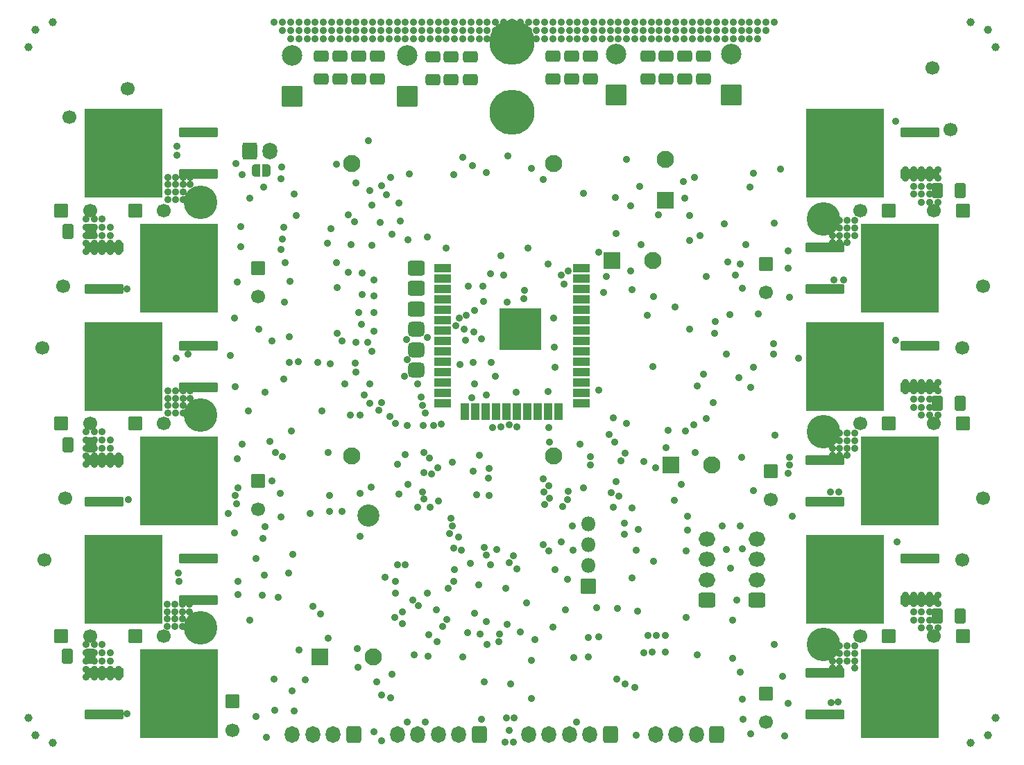
<source format=gbr>
%TF.GenerationSoftware,KiCad,Pcbnew,(6.0.0)*%
%TF.CreationDate,2022-06-09T22:04:04+02:00*%
%TF.ProjectId,Bobbycontroller,426f6262-7963-46f6-9e74-726f6c6c6572,rev?*%
%TF.SameCoordinates,Original*%
%TF.FileFunction,Soldermask,Bot*%
%TF.FilePolarity,Negative*%
%FSLAX46Y46*%
G04 Gerber Fmt 4.6, Leading zero omitted, Abs format (unit mm)*
G04 Created by KiCad (PCBNEW (6.0.0)) date 2022-06-09 22:04:04*
%MOMM*%
%LPD*%
G01*
G04 APERTURE LIST*
G04 Aperture macros list*
%AMRoundRect*
0 Rectangle with rounded corners*
0 $1 Rounding radius*
0 $2 $3 $4 $5 $6 $7 $8 $9 X,Y pos of 4 corners*
0 Add a 4 corners polygon primitive as box body*
4,1,4,$2,$3,$4,$5,$6,$7,$8,$9,$2,$3,0*
0 Add four circle primitives for the rounded corners*
1,1,$1+$1,$2,$3*
1,1,$1+$1,$4,$5*
1,1,$1+$1,$6,$7*
1,1,$1+$1,$8,$9*
0 Add four rect primitives between the rounded corners*
20,1,$1+$1,$2,$3,$4,$5,0*
20,1,$1+$1,$4,$5,$6,$7,0*
20,1,$1+$1,$6,$7,$8,$9,0*
20,1,$1+$1,$8,$9,$2,$3,0*%
%AMFreePoly0*
4,1,37,0.535355,0.785355,0.550000,0.750000,0.550000,-0.750000,0.535355,-0.785355,0.500000,-0.800000,0.000000,-0.800000,-0.012524,-0.794812,-0.080857,-0.793560,-0.094851,-0.791293,-0.230166,-0.749018,-0.242962,-0.742915,-0.360972,-0.664360,-0.371540,-0.654911,-0.462760,-0.546392,-0.470252,-0.534356,-0.527347,-0.404597,-0.531159,-0.390943,-0.548742,-0.256483,-0.547388,-0.256306,-0.550000,-0.250000,
-0.550000,0.250000,-0.549522,0.251153,-0.549368,0.263802,-0.527557,0.403879,-0.523412,0.417435,-0.463164,0.545760,-0.455381,0.557609,-0.361537,0.663867,-0.350741,0.673055,-0.230846,0.748703,-0.217905,0.754492,-0.081598,0.793449,-0.067552,0.795373,-0.011991,0.795033,0.000000,0.800000,0.500000,0.800000,0.535355,0.785355,0.535355,0.785355,$1*%
%AMFreePoly1*
4,1,37,0.012350,0.794884,0.074210,0.794507,0.088231,0.792412,0.224052,0.751793,0.236921,0.745846,0.355883,0.668739,0.366566,0.659420,0.459104,0.552023,0.466742,0.540080,0.525419,0.411028,0.529398,0.397421,0.549495,0.257088,0.550000,0.250000,0.550000,-0.250000,0.549996,-0.250610,0.549847,-0.262826,0.549158,-0.270511,0.525638,-0.410312,0.521328,-0.423818,0.459516,-0.551397,
0.451589,-0.563150,0.356454,-0.668254,0.345546,-0.677309,0.224736,-0.751486,0.211726,-0.757116,0.074953,-0.794405,0.060885,-0.796158,0.011462,-0.795252,0.000000,-0.800000,-0.500000,-0.800000,-0.535355,-0.785355,-0.550000,-0.750000,-0.550000,0.750000,-0.535355,0.785355,-0.500000,0.800000,0.000000,0.800000,0.012350,0.794884,0.012350,0.794884,$1*%
G04 Aperture macros list end*
%ADD10RoundRect,0.050000X-0.800000X0.800000X-0.800000X-0.800000X0.800000X-0.800000X0.800000X0.800000X0*%
%ADD11C,1.700000*%
%ADD12RoundRect,0.050000X0.800000X0.800000X-0.800000X0.800000X-0.800000X-0.800000X0.800000X-0.800000X0*%
%ADD13RoundRect,0.050000X-0.800000X-0.800000X0.800000X-0.800000X0.800000X0.800000X-0.800000X0.800000X0*%
%ADD14RoundRect,0.050000X-1.000000X-1.000000X1.000000X-1.000000X1.000000X1.000000X-1.000000X1.000000X0*%
%ADD15C,2.100000*%
%ADD16RoundRect,0.050000X1.200000X-1.200000X1.200000X1.200000X-1.200000X1.200000X-1.200000X-1.200000X0*%
%ADD17C,2.500000*%
%ADD18C,4.100000*%
%ADD19RoundRect,0.300000X0.600000X0.725000X-0.600000X0.725000X-0.600000X-0.725000X0.600000X-0.725000X0*%
%ADD20O,1.800000X2.050000*%
%ADD21RoundRect,0.050000X0.850000X0.850000X-0.850000X0.850000X-0.850000X-0.850000X0.850000X-0.850000X0*%
%ADD22O,1.800000X1.800000*%
%ADD23RoundRect,0.050000X1.000000X-1.000000X1.000000X1.000000X-1.000000X1.000000X-1.000000X-1.000000X0*%
%ADD24C,5.500000*%
%ADD25C,1.000000*%
%ADD26C,2.700000*%
%ADD27RoundRect,0.300000X-0.600000X-0.750000X0.600000X-0.750000X0.600000X0.750000X-0.600000X0.750000X0*%
%ADD28O,1.800000X2.100000*%
%ADD29RoundRect,0.300000X0.725000X-0.600000X0.725000X0.600000X-0.725000X0.600000X-0.725000X-0.600000X0*%
%ADD30O,2.050000X1.800000*%
%ADD31RoundRect,0.050000X2.300000X0.550000X-2.300000X0.550000X-2.300000X-0.550000X2.300000X-0.550000X0*%
%ADD32RoundRect,0.050000X4.700000X5.400000X-4.700000X5.400000X-4.700000X-5.400000X4.700000X-5.400000X0*%
%ADD33RoundRect,0.050000X-2.300000X-0.550000X2.300000X-0.550000X2.300000X0.550000X-2.300000X0.550000X0*%
%ADD34RoundRect,0.050000X-4.700000X-5.400000X4.700000X-5.400000X4.700000X5.400000X-4.700000X5.400000X0*%
%ADD35RoundRect,0.300000X0.375000X0.625000X-0.375000X0.625000X-0.375000X-0.625000X0.375000X-0.625000X0*%
%ADD36RoundRect,0.300000X-0.375000X-0.625000X0.375000X-0.625000X0.375000X0.625000X-0.375000X0.625000X0*%
%ADD37RoundRect,0.300000X0.625000X-0.375000X0.625000X0.375000X-0.625000X0.375000X-0.625000X-0.375000X0*%
%ADD38RoundRect,0.050000X1.000000X0.450000X-1.000000X0.450000X-1.000000X-0.450000X1.000000X-0.450000X0*%
%ADD39RoundRect,0.050000X0.450000X-1.000000X0.450000X1.000000X-0.450000X1.000000X-0.450000X-1.000000X0*%
%ADD40RoundRect,0.050000X2.500000X2.500000X-2.500000X2.500000X-2.500000X-2.500000X2.500000X-2.500000X0*%
%ADD41RoundRect,0.300000X-0.725000X0.600000X-0.725000X-0.600000X0.725000X-0.600000X0.725000X0.600000X0*%
%ADD42RoundRect,0.475000X-0.550000X0.425000X-0.550000X-0.425000X0.550000X-0.425000X0.550000X0.425000X0*%
%ADD43FreePoly0,180.000000*%
%ADD44FreePoly1,180.000000*%
%ADD45C,0.900000*%
G04 APERTURE END LIST*
D10*
%TO.C,C42*%
X101000000Y-93000000D03*
D11*
X101000000Y-96500000D03*
%TD*%
D12*
%TO.C,C43*%
X116000000Y-60000000D03*
D11*
X112500000Y-60000000D03*
%TD*%
D10*
%TO.C,C46*%
X39000000Y-67000000D03*
D11*
X39000000Y-70500000D03*
%TD*%
D12*
%TO.C,C47*%
X116000000Y-34000000D03*
D11*
X112500000Y-34000000D03*
%TD*%
D10*
%TO.C,C62*%
X39000000Y-41000000D03*
D11*
X39000000Y-44500000D03*
%TD*%
D13*
%TO.C,C63*%
X24000000Y-86000000D03*
D11*
X27500000Y-86000000D03*
%TD*%
D10*
%TO.C,C66*%
X101590000Y-65840000D03*
D11*
X101590000Y-69340000D03*
%TD*%
D13*
%TO.C,C67*%
X24000000Y-60000000D03*
D11*
X27500000Y-60000000D03*
%TD*%
D13*
%TO.C,C71*%
X24000000Y-34000000D03*
D11*
X27500000Y-34000000D03*
%TD*%
D14*
%TO.C,C85*%
X89400000Y-65050000D03*
D15*
X94400000Y-65050000D03*
%TD*%
D16*
%TO.C,C3*%
X82690000Y-19887918D03*
D17*
X82690000Y-14887918D03*
%TD*%
D16*
%TO.C,C6*%
X96740000Y-19887918D03*
D17*
X96740000Y-14887918D03*
%TD*%
D16*
%TO.C,C14*%
X57240000Y-19987918D03*
D17*
X57240000Y-14987918D03*
%TD*%
D12*
%TO.C,C41*%
X125000000Y-60000000D03*
D11*
X121500000Y-60000000D03*
%TD*%
D12*
%TO.C,C45*%
X125000000Y-86000000D03*
D11*
X121500000Y-86000000D03*
%TD*%
D12*
%TO.C,C49*%
X125000000Y-34000000D03*
D11*
X121500000Y-34000000D03*
%TD*%
D13*
%TO.C,C65*%
X15000000Y-34000000D03*
D11*
X18500000Y-34000000D03*
%TD*%
D13*
%TO.C,C69*%
X15000000Y-86000000D03*
D11*
X18500000Y-86000000D03*
%TD*%
D13*
%TO.C,C73*%
X15000000Y-60000000D03*
D11*
X18500000Y-60000000D03*
%TD*%
D14*
%TO.C,C83*%
X82200000Y-40100000D03*
D15*
X87200000Y-40100000D03*
%TD*%
D18*
%TO.C,J4*%
X32000000Y-85000000D03*
%TD*%
%TO.C,J5*%
X32000000Y-59000000D03*
%TD*%
D14*
%TO.C,LS1*%
X46550000Y-88500000D03*
D15*
X53050000Y-88500000D03*
%TD*%
D18*
%TO.C,J6*%
X32000000Y-33000000D03*
%TD*%
%TO.C,J3*%
X108000000Y-35000000D03*
%TD*%
%TO.C,J2*%
X108000000Y-61000000D03*
%TD*%
%TO.C,J1*%
X108000000Y-87000000D03*
%TD*%
D12*
%TO.C,C39*%
X116000000Y-86000000D03*
D11*
X112500000Y-86000000D03*
%TD*%
D10*
%TO.C,C70*%
X35900000Y-93950000D03*
D11*
X35900000Y-97450000D03*
%TD*%
D19*
%TO.C,HALL_L1*%
X82000000Y-98000000D03*
D20*
X79500000Y-98000000D03*
X77000000Y-98000000D03*
X74500000Y-98000000D03*
X72000000Y-98000000D03*
%TD*%
D19*
%TO.C,J14*%
X50700000Y-98000000D03*
D20*
X48200000Y-98000000D03*
X45700000Y-98000000D03*
X43200000Y-98000000D03*
%TD*%
D16*
%TO.C,C11*%
X43190000Y-19987918D03*
D17*
X43190000Y-14987918D03*
%TD*%
D21*
%TO.C,J17*%
X79320000Y-79910000D03*
D22*
X79320000Y-77370000D03*
X79320000Y-74830000D03*
X79320000Y-72290000D03*
%TD*%
D19*
%TO.C,HALL_R1*%
X66000000Y-98000000D03*
D20*
X63500000Y-98000000D03*
X61000000Y-98000000D03*
X58500000Y-98000000D03*
X56000000Y-98000000D03*
%TD*%
D10*
%TO.C,C38*%
X101000000Y-40500000D03*
D11*
X101000000Y-44000000D03*
%TD*%
D23*
%TO.C,C78*%
X88700000Y-32700000D03*
D15*
X88700000Y-27700000D03*
%TD*%
D24*
%TO.C,J7*%
X70000000Y-13400000D03*
%TD*%
D25*
%TO.C,J9*%
X11878680Y-11878680D03*
X14000000Y-11000000D03*
X11000000Y-14000000D03*
%TD*%
%TO.C,J11*%
X126000000Y-99000000D03*
X129000000Y-96000000D03*
X128121320Y-98121320D03*
%TD*%
%TO.C,J12*%
X11000000Y-96000000D03*
X11878680Y-98121320D03*
X14000000Y-99000000D03*
%TD*%
%TO.C,J10*%
X128121320Y-11878680D03*
X129000000Y-14000000D03*
X126000000Y-11000000D03*
%TD*%
D24*
%TO.C,J8*%
X70000000Y-22000000D03*
%TD*%
D11*
%TO.C,RV3*%
X123554972Y-24108791D03*
X121301028Y-16531209D03*
%TD*%
%TO.C,RV4*%
X23093534Y-19060233D03*
X16022466Y-22595767D03*
%TD*%
%TO.C,RV6*%
X12720000Y-50740000D03*
X15220000Y-43240000D03*
%TD*%
%TO.C,RV5*%
X12974000Y-76648000D03*
X15474000Y-69148000D03*
%TD*%
%TO.C,RV2*%
X124988000Y-76648000D03*
X127488000Y-69148000D03*
%TD*%
%TO.C,RV1*%
X124988000Y-50740000D03*
X127488000Y-43240000D03*
%TD*%
D26*
%TO.C,J18*%
X52500000Y-71250000D03*
%TD*%
D27*
%TO.C,J19*%
X38000000Y-26675000D03*
D28*
X40500000Y-26675000D03*
%TD*%
D29*
%TO.C,J16*%
X99875000Y-81600000D03*
D30*
X99875000Y-79100000D03*
X99875000Y-76600000D03*
X99875000Y-74100000D03*
%TD*%
D29*
%TO.C,J15*%
X93800000Y-81600000D03*
D30*
X93800000Y-79100000D03*
X93800000Y-76600000D03*
X93800000Y-74100000D03*
%TD*%
D19*
%TO.C,J13*%
X95000000Y-98000000D03*
D20*
X92500000Y-98000000D03*
X90000000Y-98000000D03*
X87500000Y-98000000D03*
%TD*%
D31*
%TO.C,V8*%
X31775000Y-76460000D03*
D32*
X22625000Y-79000000D03*
D31*
X31775000Y-81540000D03*
%TD*%
D33*
%TO.C,V9*%
X20225000Y-95540000D03*
D34*
X29375000Y-93000000D03*
D33*
X20225000Y-90460000D03*
%TD*%
D31*
%TO.C,V10*%
X31775000Y-50460000D03*
D32*
X22625000Y-53000000D03*
D31*
X31775000Y-55540000D03*
%TD*%
D33*
%TO.C,V11*%
X20225000Y-69540000D03*
D34*
X29375000Y-67000000D03*
D33*
X20225000Y-64460000D03*
%TD*%
%TO.C,V13*%
X20225000Y-43540000D03*
D34*
X29375000Y-41000000D03*
D33*
X20225000Y-38460000D03*
%TD*%
D31*
%TO.C,V12*%
X31775000Y-24460000D03*
D32*
X22625000Y-27000000D03*
D31*
X31775000Y-29540000D03*
%TD*%
D33*
%TO.C,V5*%
X108225000Y-43540000D03*
D34*
X117375000Y-41000000D03*
D33*
X108225000Y-38460000D03*
%TD*%
D31*
%TO.C,V2*%
X119775000Y-76460000D03*
D32*
X110625000Y-79000000D03*
D31*
X119775000Y-81540000D03*
%TD*%
%TO.C,V6*%
X119775000Y-24460000D03*
D32*
X110625000Y-27000000D03*
D31*
X119775000Y-29540000D03*
%TD*%
D33*
%TO.C,V3*%
X108225000Y-69540000D03*
D34*
X117375000Y-67000000D03*
D33*
X108225000Y-64460000D03*
%TD*%
D31*
%TO.C,V4*%
X119775000Y-50460000D03*
D32*
X110625000Y-53000000D03*
D31*
X119775000Y-55540000D03*
%TD*%
D33*
%TO.C,V1*%
X108225000Y-95540000D03*
D34*
X117375000Y-93000000D03*
D33*
X108225000Y-90460000D03*
%TD*%
D35*
%TO.C,C40*%
X124700000Y-31500000D03*
X121900000Y-31500000D03*
%TD*%
%TO.C,C44*%
X124700000Y-83500000D03*
X121900000Y-83500000D03*
%TD*%
%TO.C,C48*%
X124700000Y-57500000D03*
X121900000Y-57500000D03*
%TD*%
D36*
%TO.C,C64*%
X15800000Y-62600000D03*
X18600000Y-62600000D03*
%TD*%
%TO.C,C68*%
X15700000Y-88400000D03*
X18500000Y-88400000D03*
%TD*%
%TO.C,C72*%
X15800000Y-36500000D03*
X18600000Y-36500000D03*
%TD*%
D37*
%TO.C,C7*%
X51300000Y-17890000D03*
X51300000Y-15090000D03*
%TD*%
%TO.C,C10*%
X49000000Y-17890000D03*
X49000000Y-15090000D03*
%TD*%
%TO.C,C18*%
X60330000Y-17980000D03*
X60330000Y-15180000D03*
%TD*%
%TO.C,C17*%
X77300000Y-17900000D03*
X77300000Y-15100000D03*
%TD*%
%TO.C,C16*%
X62600000Y-17980000D03*
X62600000Y-15180000D03*
%TD*%
%TO.C,C13*%
X79600000Y-17900000D03*
X79600000Y-15100000D03*
%TD*%
%TO.C,C8*%
X75000000Y-17900000D03*
X75000000Y-15100000D03*
%TD*%
%TO.C,C4*%
X53600000Y-17900000D03*
X53600000Y-15100000D03*
%TD*%
%TO.C,C12*%
X64900000Y-17980000D03*
X64900000Y-15180000D03*
%TD*%
%TO.C,C9*%
X86600000Y-17900000D03*
X86600000Y-15100000D03*
%TD*%
%TO.C,C5*%
X88820000Y-17900000D03*
X88820000Y-15100000D03*
%TD*%
%TO.C,C2*%
X91100000Y-17900000D03*
X91100000Y-15100000D03*
%TD*%
%TO.C,C1*%
X93400000Y-17900000D03*
X93400000Y-15100000D03*
%TD*%
%TO.C,C15*%
X46700000Y-17900000D03*
X46700000Y-15100000D03*
%TD*%
D38*
%TO.C,U18*%
X78500000Y-40995000D03*
X78500000Y-42265000D03*
X78500000Y-43535000D03*
X78500000Y-44805000D03*
X78500000Y-46075000D03*
X78500000Y-47345000D03*
X78500000Y-48615000D03*
X78500000Y-49885000D03*
X78500000Y-51155000D03*
X78500000Y-52425000D03*
X78500000Y-53695000D03*
X78500000Y-54965000D03*
X78500000Y-56235000D03*
X78500000Y-57505000D03*
D39*
X75715000Y-58505000D03*
X74445000Y-58505000D03*
X73175000Y-58505000D03*
X71905000Y-58505000D03*
X70635000Y-58505000D03*
X69365000Y-58505000D03*
X68095000Y-58505000D03*
X66825000Y-58505000D03*
X65555000Y-58505000D03*
X64285000Y-58505000D03*
D38*
X61500000Y-57505000D03*
X61500000Y-56235000D03*
X61500000Y-54965000D03*
X61500000Y-53695000D03*
X61500000Y-52425000D03*
X61500000Y-51155000D03*
X61500000Y-49885000D03*
X61500000Y-48615000D03*
X61500000Y-47345000D03*
X61500000Y-46075000D03*
X61500000Y-44805000D03*
X61500000Y-43535000D03*
X61500000Y-42265000D03*
X61500000Y-40995000D03*
D40*
X71000000Y-48495000D03*
%TD*%
D41*
%TO.C,J20*%
X58300000Y-41000000D03*
X58300000Y-43500000D03*
X58300000Y-46000000D03*
D42*
X58300000Y-48500000D03*
X58300000Y-51000000D03*
X58300000Y-53500000D03*
%TD*%
D15*
%TO.C,PS1*%
X75125000Y-28255000D03*
X50475000Y-28255000D03*
X75125000Y-63945000D03*
X50475000Y-63945000D03*
%TD*%
D43*
%TO.C,JP3*%
X40050000Y-29050000D03*
D44*
X38750000Y-29050000D03*
%TD*%
D45*
X59700000Y-80700000D03*
X49250000Y-70750000D03*
X53159011Y-46448108D03*
X80600000Y-55900000D03*
X87300000Y-76800000D03*
X66600000Y-91600000D03*
X75300000Y-53100000D03*
X69500000Y-27300000D03*
X51000000Y-50100000D03*
X79335976Y-86151978D03*
X46850000Y-58500000D03*
X41500000Y-81200000D03*
X55150000Y-29925000D03*
X39100000Y-48500000D03*
X59250000Y-69250000D03*
X57000000Y-77250000D03*
X82674500Y-67100000D03*
X54050000Y-30950000D03*
X77900000Y-96500000D03*
X85300000Y-82900000D03*
X64550000Y-85524500D03*
X82350000Y-70195500D03*
X51300000Y-46450000D03*
X65300000Y-65800000D03*
X50874992Y-52652066D03*
X90900000Y-30400000D03*
X42750000Y-78250000D03*
X64350000Y-49850000D03*
X40950000Y-91200000D03*
X53159011Y-42429711D03*
X40500000Y-62150000D03*
X73850000Y-30150000D03*
X50960423Y-53738202D03*
X82900000Y-82600000D03*
X46300000Y-52550000D03*
X82700000Y-36750000D03*
X39650000Y-74000000D03*
X92400000Y-63500000D03*
X50000000Y-41500000D03*
X69350000Y-96000000D03*
X71450000Y-44750000D03*
X97900000Y-90400000D03*
X52900000Y-38200000D03*
X70607604Y-60402521D03*
X36100000Y-73400000D03*
X92175747Y-60175500D03*
X78750000Y-31850000D03*
X48600000Y-28300000D03*
X76884332Y-68291965D03*
X72400000Y-93600000D03*
X56200000Y-68600000D03*
X53200000Y-97700000D03*
X97900000Y-40500000D03*
X66906580Y-56481981D03*
X55750000Y-79250000D03*
X87200000Y-53000000D03*
X65150000Y-28450000D03*
X41825010Y-30109698D03*
X99100000Y-55600000D03*
X96611829Y-46687230D03*
X91700000Y-37600000D03*
X66900000Y-29350000D03*
X70500000Y-56150000D03*
X71000000Y-85475500D03*
X36600000Y-79300000D03*
X65400000Y-46150000D03*
X62900000Y-29600000D03*
X67500000Y-52550000D03*
X36250000Y-55500000D03*
X91300000Y-83700000D03*
X36300000Y-28250000D03*
X96700000Y-77700000D03*
X89800000Y-69400000D03*
X70250000Y-96000000D03*
X51500000Y-68500000D03*
X86500000Y-46800000D03*
X52678198Y-57493295D03*
X36100000Y-47100000D03*
X47600000Y-63500000D03*
X50029353Y-34500500D03*
X51500000Y-59000000D03*
X55800000Y-60000000D03*
X97400000Y-81600000D03*
X45350000Y-71000000D03*
X66300000Y-96100000D03*
X74500000Y-60500000D03*
X80600498Y-39050500D03*
X42950989Y-42603608D03*
X76800000Y-79000000D03*
X63150000Y-48050000D03*
X42800000Y-49400000D03*
X71500000Y-43750000D03*
X103900000Y-44600000D03*
X59700000Y-37200000D03*
X47750000Y-70750000D03*
X88700000Y-85900000D03*
X83939236Y-59990037D03*
X97700000Y-54400000D03*
X41050000Y-95000000D03*
X47600000Y-86200000D03*
X64000000Y-27500000D03*
X103700000Y-38900000D03*
X54500000Y-78750000D03*
X91700000Y-34600000D03*
X41800000Y-71450000D03*
X76500000Y-82750000D03*
X43250000Y-76000000D03*
X85200000Y-98100000D03*
X53159011Y-44427915D03*
X75200000Y-50700000D03*
X89080764Y-60825500D03*
X53159011Y-48732646D03*
X47750000Y-68750000D03*
X99100000Y-97900000D03*
X65300000Y-52500000D03*
X53512947Y-91561733D03*
X104189501Y-71322948D03*
X50400000Y-38150000D03*
X98200000Y-96100000D03*
X69800000Y-91800000D03*
X38800000Y-95800000D03*
X47900000Y-36200000D03*
X81550000Y-42000000D03*
X70200000Y-98950000D03*
X35600000Y-51700000D03*
X57500000Y-29500000D03*
X41750000Y-68550000D03*
X88700000Y-87900000D03*
X51750000Y-41600000D03*
X76000000Y-74500000D03*
X58500000Y-70250000D03*
X39500000Y-81000000D03*
X66500000Y-45100000D03*
X69000000Y-41850000D03*
X51200000Y-89800000D03*
X51750000Y-44200000D03*
X52694020Y-31511369D03*
X55100000Y-59100000D03*
X65350000Y-48800000D03*
X61000000Y-69500000D03*
X81225000Y-43975000D03*
X39800000Y-78550000D03*
X92950000Y-37050000D03*
X90700500Y-67439143D03*
X78700000Y-67900000D03*
X52400000Y-50100000D03*
X83800000Y-91800000D03*
X57345960Y-67439077D03*
X69700000Y-97500000D03*
X57250000Y-96450000D03*
X69409128Y-84521792D03*
X49563510Y-55176641D03*
X59450000Y-96450000D03*
X38800000Y-76500000D03*
X97250000Y-41875000D03*
X69398823Y-45148823D03*
X62200000Y-80150000D03*
X98100000Y-93700000D03*
X67350000Y-41700000D03*
X74600000Y-62300000D03*
X52653937Y-55155286D03*
X92650000Y-55400000D03*
X56400000Y-35250000D03*
X51100000Y-87500000D03*
X98100000Y-43500000D03*
X69246498Y-80124500D03*
X100100000Y-46600000D03*
X98000000Y-64100000D03*
X99500000Y-53100000D03*
X87911798Y-34512800D03*
X36900000Y-35900000D03*
X52900000Y-33300000D03*
X89900000Y-45750000D03*
X55750000Y-80750000D03*
X94700000Y-49000000D03*
X83750000Y-72200000D03*
X103700000Y-94200000D03*
X103700000Y-41000000D03*
X56000000Y-77250000D03*
X75000000Y-84900000D03*
X83022080Y-68908197D03*
X37100000Y-29600000D03*
X91100000Y-32500000D03*
X62000000Y-38596921D03*
X98500000Y-38100000D03*
X57300000Y-37550000D03*
X85600000Y-31000000D03*
X84000000Y-27750000D03*
X39665050Y-31106553D03*
X97900000Y-72500000D03*
X36600000Y-80900000D03*
X36500000Y-42700000D03*
X80600000Y-86100000D03*
X64700000Y-43250000D03*
X40700000Y-49900000D03*
X99500000Y-68200000D03*
X48650000Y-43400000D03*
X84450000Y-41400000D03*
X39893585Y-56202935D03*
X40750000Y-67000000D03*
X51450000Y-73800000D03*
X69200000Y-98950000D03*
X41931451Y-28668549D03*
X63700000Y-52800000D03*
X56250000Y-33100000D03*
X59111142Y-68361958D03*
X72400000Y-28850000D03*
X74450000Y-56100000D03*
X92300000Y-29900000D03*
X45700000Y-82300000D03*
X63535517Y-47153392D03*
X51960560Y-56540815D03*
X77400000Y-72500000D03*
X85739964Y-38114964D03*
X84500000Y-33400000D03*
X39900000Y-72600000D03*
X95700000Y-72500000D03*
X88776667Y-62923522D03*
X54100000Y-98750000D03*
X82600000Y-32350000D03*
X44000000Y-87700000D03*
X66450000Y-43200000D03*
X44750000Y-91300000D03*
X86100000Y-64600000D03*
X35400000Y-70950000D03*
X96200000Y-75400000D03*
X55400000Y-90600000D03*
X42225500Y-45200000D03*
X75050000Y-47100000D03*
X84675000Y-43650000D03*
X103300000Y-98200000D03*
X96900000Y-84000000D03*
X93700000Y-42000000D03*
X37050000Y-62500000D03*
X68000000Y-54250000D03*
X40000000Y-98300000D03*
X42300000Y-40300000D03*
X96900000Y-88700000D03*
X98100000Y-75300000D03*
X62017941Y-83945165D03*
X51650000Y-47900000D03*
X76400000Y-43000000D03*
X74400000Y-40550000D03*
X103000000Y-90900000D03*
X87250000Y-44500000D03*
X77425000Y-75475000D03*
X71800000Y-81900000D03*
X25700000Y-51500000D03*
X24800000Y-52400000D03*
X26600000Y-50700000D03*
X25700000Y-52400000D03*
X25700000Y-49800000D03*
X24800000Y-50700000D03*
X25700000Y-50700000D03*
X26600000Y-49800000D03*
X26600000Y-51500000D03*
X24800000Y-51500000D03*
X26600000Y-52400000D03*
X24800000Y-49800000D03*
X26600000Y-24600000D03*
X24800000Y-26300000D03*
X25700000Y-25400000D03*
X24800000Y-24600000D03*
X26600000Y-26300000D03*
X24800000Y-23700000D03*
X26600000Y-23700000D03*
X24800000Y-25400000D03*
X25700000Y-26300000D03*
X25700000Y-23700000D03*
X25700000Y-24600000D03*
X26600000Y-25400000D03*
X114300000Y-43400000D03*
X114300000Y-42600000D03*
X114300000Y-41700000D03*
X115200000Y-41700000D03*
X114300000Y-44300000D03*
X113400000Y-43400000D03*
X113400000Y-41700000D03*
X115200000Y-42600000D03*
X113400000Y-42600000D03*
X115200000Y-43400000D03*
X113400000Y-44300000D03*
X115200000Y-44300000D03*
X52490000Y-25480000D03*
X50995020Y-30600207D03*
X52900000Y-51200000D03*
X52800000Y-67800000D03*
X50250000Y-59000000D03*
X84659312Y-70319719D03*
X55374010Y-36850000D03*
X53883511Y-35435107D03*
X87515000Y-65435000D03*
X72800500Y-86400000D03*
X54127199Y-57430235D03*
X83750000Y-73500000D03*
X56849898Y-54245600D03*
X43425008Y-31975000D03*
X67621808Y-60463242D03*
X47800000Y-52700000D03*
X36558771Y-67871152D03*
X49300000Y-49900000D03*
X96200000Y-51500000D03*
X91700000Y-48500000D03*
X76900000Y-41400000D03*
X103917249Y-64092650D03*
X91200000Y-60900000D03*
X66300000Y-49650000D03*
X56939833Y-63835569D03*
X64000000Y-11000000D03*
X67000000Y-11000000D03*
X80000000Y-11000000D03*
X75000000Y-11000000D03*
X65000000Y-11000000D03*
X71000000Y-11000000D03*
X83000000Y-11000000D03*
X68000000Y-11000000D03*
X79000000Y-11000000D03*
X78000000Y-11000000D03*
X82000000Y-11000000D03*
X69000000Y-11000000D03*
X74000000Y-11000000D03*
X81000000Y-11000000D03*
X72000000Y-11000000D03*
X84000000Y-11000000D03*
X70000000Y-11000000D03*
X66000000Y-11000000D03*
X63000000Y-11000000D03*
X73000000Y-11000000D03*
X77000000Y-11000000D03*
X76000000Y-11000000D03*
X88000000Y-11000000D03*
X95000000Y-11000000D03*
X99000000Y-11000000D03*
X86000000Y-11000000D03*
X93000000Y-11000000D03*
X102000000Y-11000000D03*
X97000000Y-11000000D03*
X87000000Y-11000000D03*
X100000000Y-11000000D03*
X90000000Y-11000000D03*
X92000000Y-11000000D03*
X91000000Y-11000000D03*
X85000000Y-11000000D03*
X98000000Y-11000000D03*
X101000000Y-11000000D03*
X96000000Y-11000000D03*
X94000000Y-11000000D03*
X89000000Y-11000000D03*
X56000000Y-12000000D03*
X60000000Y-12000000D03*
X63000000Y-12000000D03*
X42000000Y-12000000D03*
X51000000Y-12000000D03*
X59000000Y-12000000D03*
X45000000Y-12000000D03*
X54000000Y-12000000D03*
X49000000Y-12000000D03*
X53000000Y-12000000D03*
X46000000Y-12000000D03*
X48000000Y-12000000D03*
X62000000Y-12000000D03*
X57000000Y-12000000D03*
X44000000Y-12000000D03*
X61000000Y-12000000D03*
X52000000Y-12000000D03*
X58000000Y-12000000D03*
X55000000Y-12000000D03*
X47000000Y-12000000D03*
X50000000Y-12000000D03*
X43000000Y-12000000D03*
X55000000Y-13000000D03*
X46000000Y-13000000D03*
X45000000Y-13000000D03*
X52000000Y-13000000D03*
X60000000Y-13000000D03*
X50000000Y-13000000D03*
X54000000Y-13000000D03*
X47000000Y-13000000D03*
X58000000Y-13000000D03*
X49000000Y-13000000D03*
X53000000Y-13000000D03*
X51000000Y-13000000D03*
X62000000Y-13000000D03*
X61000000Y-13000000D03*
X63000000Y-13000000D03*
X48000000Y-13000000D03*
X59000000Y-13000000D03*
X64000000Y-13000000D03*
X57000000Y-13000000D03*
X43000000Y-13000000D03*
X56000000Y-13000000D03*
X44000000Y-13000000D03*
X80000000Y-12000000D03*
X75000000Y-12000000D03*
X83000000Y-12000000D03*
X82000000Y-12000000D03*
X64000000Y-12000000D03*
X79000000Y-12000000D03*
X73000000Y-12000000D03*
X67000000Y-12000000D03*
X77000000Y-12000000D03*
X78000000Y-12000000D03*
X84000000Y-12000000D03*
X66000000Y-12000000D03*
X81000000Y-12000000D03*
X76000000Y-12000000D03*
X74000000Y-12000000D03*
X65000000Y-12000000D03*
X68000000Y-12000000D03*
X72000000Y-12000000D03*
X85000000Y-12000000D03*
X80000000Y-13000000D03*
X75000000Y-13000000D03*
X67000000Y-13000000D03*
X86000000Y-13000000D03*
X77000000Y-13000000D03*
X79000000Y-13000000D03*
X84000000Y-13000000D03*
X73000000Y-13000000D03*
X65000000Y-13000000D03*
X83000000Y-13000000D03*
X74000000Y-13000000D03*
X82000000Y-13000000D03*
X66000000Y-13000000D03*
X85000000Y-13000000D03*
X81000000Y-13000000D03*
X78000000Y-13000000D03*
X76000000Y-13000000D03*
X96000000Y-12000000D03*
X93000000Y-12000000D03*
X86000000Y-12000000D03*
X100000000Y-12000000D03*
X94000000Y-12000000D03*
X97000000Y-12000000D03*
X95000000Y-12000000D03*
X90000000Y-12000000D03*
X87000000Y-12000000D03*
X91000000Y-12000000D03*
X99000000Y-12000000D03*
X92000000Y-12000000D03*
X101000000Y-12000000D03*
X88000000Y-12000000D03*
X89000000Y-12000000D03*
X98000000Y-12000000D03*
X93000000Y-13000000D03*
X97000000Y-13000000D03*
X98000000Y-13000000D03*
X100000000Y-13000000D03*
X87000000Y-13000000D03*
X95000000Y-13000000D03*
X91000000Y-13000000D03*
X99000000Y-13000000D03*
X92000000Y-13000000D03*
X90000000Y-13000000D03*
X96000000Y-13000000D03*
X94000000Y-13000000D03*
X88000000Y-13000000D03*
X89000000Y-13000000D03*
X49000000Y-11000000D03*
X44000000Y-11000000D03*
X46000000Y-11000000D03*
X43000000Y-11000000D03*
X61000000Y-11000000D03*
X62000000Y-11000000D03*
X52000000Y-11000000D03*
X55000000Y-11000000D03*
X60000000Y-11000000D03*
X50000000Y-11000000D03*
X48000000Y-11000000D03*
X41000000Y-11000000D03*
X51000000Y-11000000D03*
X56000000Y-11000000D03*
X58000000Y-11000000D03*
X59000000Y-11000000D03*
X57000000Y-11000000D03*
X42000000Y-11000000D03*
X47000000Y-11000000D03*
X54000000Y-11000000D03*
X53000000Y-11000000D03*
X45000000Y-11000000D03*
X122000000Y-57000000D03*
X122000000Y-58000000D03*
X122000000Y-59000000D03*
X121000000Y-58000000D03*
X121000000Y-57000000D03*
X121000000Y-59000000D03*
X120000000Y-59000000D03*
X120000000Y-58000000D03*
X120000000Y-57000000D03*
X119000000Y-57000000D03*
X119000000Y-58000000D03*
X118000000Y-56000000D03*
X119000000Y-56000000D03*
X120000000Y-56000000D03*
X121000000Y-56000000D03*
X122000000Y-56000000D03*
X122000000Y-55000000D03*
X121000000Y-55000000D03*
X120000000Y-55000000D03*
X119000000Y-55000000D03*
X118000000Y-55000000D03*
X121000000Y-84000000D03*
X119000000Y-84000000D03*
X121000000Y-83000000D03*
X120000000Y-84000000D03*
X122000000Y-83000000D03*
X119000000Y-83000000D03*
X120000000Y-85000000D03*
X120000000Y-83000000D03*
X121000000Y-85000000D03*
X122000000Y-84000000D03*
X122000000Y-85000000D03*
X118000000Y-81000000D03*
X118000000Y-82000000D03*
X121000000Y-82000000D03*
X122000000Y-81000000D03*
X120000000Y-82000000D03*
X120000000Y-81000000D03*
X119000000Y-81000000D03*
X121000000Y-81000000D03*
X119000000Y-82000000D03*
X122000000Y-82000000D03*
X122000000Y-29000000D03*
X120000000Y-33000000D03*
X120000000Y-32000000D03*
X121000000Y-33000000D03*
X119000000Y-30000000D03*
X122000000Y-31000000D03*
X122000000Y-30000000D03*
X121000000Y-31000000D03*
X120000000Y-29000000D03*
X121000000Y-32000000D03*
X122000000Y-32000000D03*
X118000000Y-29000000D03*
X119000000Y-29000000D03*
X120000000Y-30000000D03*
X121000000Y-30000000D03*
X119000000Y-32000000D03*
X120000000Y-31000000D03*
X122000000Y-33000000D03*
X119000000Y-31000000D03*
X118000000Y-30000000D03*
X121000000Y-29000000D03*
X99450000Y-29400000D03*
X105000000Y-52050000D03*
X101919316Y-51525033D03*
X102800000Y-28950000D03*
X19000000Y-35000000D03*
X19000000Y-38000000D03*
X18000000Y-35000000D03*
X18000000Y-39000000D03*
X18000000Y-38000000D03*
X22000000Y-39000000D03*
X21000000Y-38000000D03*
X18000000Y-37000000D03*
X19000000Y-37000000D03*
X18000000Y-36000000D03*
X21000000Y-37000000D03*
X22000000Y-38000000D03*
X20000000Y-37000000D03*
X20000000Y-36000000D03*
X20000000Y-39000000D03*
X19000000Y-39000000D03*
X21000000Y-39000000D03*
X19000000Y-36000000D03*
X20000000Y-38000000D03*
X21000000Y-36000000D03*
X20000000Y-35000000D03*
X20000000Y-63000000D03*
X21000000Y-63000000D03*
X20000000Y-62000000D03*
X18000000Y-65000000D03*
X21000000Y-64000000D03*
X18000000Y-62000000D03*
X19000000Y-64000000D03*
X18000000Y-64000000D03*
X18000000Y-63000000D03*
X22000000Y-64000000D03*
X20000000Y-65000000D03*
X19000000Y-65000000D03*
X21000000Y-65000000D03*
X19000000Y-63000000D03*
X20000000Y-64000000D03*
X20000000Y-61000000D03*
X22000000Y-65000000D03*
X19000000Y-62000000D03*
X18000000Y-61000000D03*
X21000000Y-62000000D03*
X19000000Y-61000000D03*
X18000000Y-90000000D03*
X21000000Y-88000000D03*
X18000000Y-91000000D03*
X21000000Y-91000000D03*
X19000000Y-91000000D03*
X20000000Y-89000000D03*
X20000000Y-91000000D03*
X21000000Y-89000000D03*
X20000000Y-88000000D03*
X20000000Y-90000000D03*
X19000000Y-89000000D03*
X19000000Y-87000000D03*
X22000000Y-91000000D03*
X22000000Y-90000000D03*
X18000000Y-88000000D03*
X18000000Y-89000000D03*
X20000000Y-87000000D03*
X21000000Y-90000000D03*
X19000000Y-88000000D03*
X19000000Y-90000000D03*
X18000000Y-87000000D03*
X41990198Y-37490199D03*
X36487083Y-64332184D03*
X36907669Y-38424990D03*
X41107986Y-63552322D03*
X109100000Y-89000000D03*
X110000000Y-89000000D03*
X109100000Y-89900000D03*
X110000000Y-89900000D03*
X106500000Y-81100000D03*
X109200000Y-82000000D03*
X107400000Y-81100000D03*
X109200000Y-81100000D03*
X106500000Y-82000000D03*
X108300000Y-82000000D03*
X108300000Y-81100000D03*
X107400000Y-83800000D03*
X110100000Y-83800000D03*
X106500000Y-82900000D03*
X106500000Y-83800000D03*
X109200000Y-82900000D03*
X108300000Y-82900000D03*
X109200000Y-83800000D03*
X107400000Y-82000000D03*
X107400000Y-82900000D03*
X111000000Y-82900000D03*
X110100000Y-82900000D03*
X111000000Y-83800000D03*
X108300000Y-83800000D03*
X114600000Y-82000000D03*
X114600000Y-81100000D03*
X113700000Y-81100000D03*
X111000000Y-81100000D03*
X110100000Y-81100000D03*
X111900000Y-82000000D03*
X113700000Y-82000000D03*
X110100000Y-82000000D03*
X112800000Y-81100000D03*
X111000000Y-82000000D03*
X112800000Y-82000000D03*
X111900000Y-81100000D03*
X111900000Y-82900000D03*
X114600000Y-83800000D03*
X112800000Y-82900000D03*
X112800000Y-83800000D03*
X114600000Y-82900000D03*
X113700000Y-83800000D03*
X111900000Y-83800000D03*
X113700000Y-82900000D03*
X110900000Y-89000000D03*
X111800000Y-89000000D03*
X111800000Y-89900000D03*
X110000000Y-87200000D03*
X110000000Y-88100000D03*
X110900000Y-87200000D03*
X111800000Y-87200000D03*
X110900000Y-88100000D03*
X111800000Y-88100000D03*
X102000031Y-87000000D03*
X111000000Y-57900000D03*
X106500000Y-55200000D03*
X111000000Y-57000000D03*
X106500000Y-56100000D03*
X110100000Y-57000000D03*
X109200000Y-55200000D03*
X107400000Y-57000000D03*
X106500000Y-57000000D03*
X108300000Y-57900000D03*
X108300000Y-55200000D03*
X110100000Y-57900000D03*
X106500000Y-57900000D03*
X109200000Y-57000000D03*
X107400000Y-56100000D03*
X109200000Y-56100000D03*
X107400000Y-57900000D03*
X107400000Y-55200000D03*
X109200000Y-57900000D03*
X108300000Y-56100000D03*
X108300000Y-57000000D03*
X111900000Y-57900000D03*
X114600000Y-57900000D03*
X111900000Y-55200000D03*
X111900000Y-57000000D03*
X110100000Y-56100000D03*
X113700000Y-57000000D03*
X114600000Y-56100000D03*
X112800000Y-55200000D03*
X112800000Y-57900000D03*
X112800000Y-57000000D03*
X113700000Y-57900000D03*
X112800000Y-56100000D03*
X111000000Y-56100000D03*
X114600000Y-55200000D03*
X110100000Y-55200000D03*
X113700000Y-56100000D03*
X111900000Y-56100000D03*
X111000000Y-55200000D03*
X114600000Y-57000000D03*
X113700000Y-55200000D03*
X109100000Y-63900000D03*
X109100000Y-63000000D03*
X110000000Y-63000000D03*
X110000000Y-63900000D03*
X110900000Y-63000000D03*
X111800000Y-63000000D03*
X110886759Y-63872439D03*
X111800000Y-61200000D03*
X110000000Y-62100000D03*
X110000000Y-61200000D03*
X110900000Y-62100000D03*
X110900000Y-61200000D03*
X111800000Y-62100000D03*
X102101048Y-61398952D03*
X101949991Y-50206260D03*
X114700000Y-31900000D03*
X112000000Y-31000000D03*
X112000000Y-30100000D03*
X113800000Y-29200000D03*
X106600000Y-31900000D03*
X107500000Y-29200000D03*
X111100000Y-29200000D03*
X111100000Y-31900000D03*
X112900000Y-31900000D03*
X113800000Y-31000000D03*
X112000000Y-29200000D03*
X112900000Y-29200000D03*
X110200000Y-31000000D03*
X107500000Y-30100000D03*
X112000000Y-31900000D03*
X108400000Y-31000000D03*
X108400000Y-29200000D03*
X112900000Y-30100000D03*
X110200000Y-31900000D03*
X113800000Y-31900000D03*
X106600000Y-29200000D03*
X114700000Y-29200000D03*
X111100000Y-31000000D03*
X109300000Y-31900000D03*
X111100000Y-30100000D03*
X113800000Y-30100000D03*
X114700000Y-31000000D03*
X107500000Y-31900000D03*
X114700000Y-30100000D03*
X108400000Y-31900000D03*
X108400000Y-30100000D03*
X109300000Y-29200000D03*
X109300000Y-31000000D03*
X109300000Y-30100000D03*
X112900000Y-31000000D03*
X107500000Y-31000000D03*
X110200000Y-30100000D03*
X110200000Y-29200000D03*
X106600000Y-31000000D03*
X106600000Y-30100000D03*
X109100000Y-37900000D03*
X109100000Y-37000000D03*
X110000000Y-37900000D03*
X110900000Y-35200000D03*
X110000000Y-37000000D03*
X110900000Y-37000000D03*
X111800000Y-37000000D03*
X110000000Y-36100000D03*
X111800000Y-35200000D03*
X110000000Y-35200000D03*
X110900000Y-37900000D03*
X111800000Y-36100000D03*
X110900000Y-36100000D03*
X99050000Y-31100000D03*
X102000000Y-35500000D03*
X73972911Y-69901568D03*
X29800000Y-89800000D03*
X25300000Y-89800000D03*
X26200000Y-90700000D03*
X31600000Y-88000000D03*
X33400000Y-90700000D03*
X29800000Y-90700000D03*
X29800000Y-88000000D03*
X28900000Y-88000000D03*
X32500000Y-88900000D03*
X29800000Y-88900000D03*
X27100000Y-88900000D03*
X26200000Y-88900000D03*
X28900000Y-89800000D03*
X27100000Y-88000000D03*
X32500000Y-89800000D03*
X28000000Y-89800000D03*
X32500000Y-90700000D03*
X30700000Y-90700000D03*
X28000000Y-88000000D03*
X33400000Y-88000000D03*
X25300000Y-88000000D03*
X25300000Y-88900000D03*
X32500000Y-88000000D03*
X27100000Y-90700000D03*
X33400000Y-88900000D03*
X28900000Y-90700000D03*
X30700000Y-88900000D03*
X30700000Y-88000000D03*
X33400000Y-89800000D03*
X25300000Y-90700000D03*
X31600000Y-88900000D03*
X28000000Y-90700000D03*
X27100000Y-89800000D03*
X31600000Y-89800000D03*
X30700000Y-89800000D03*
X26200000Y-89800000D03*
X28000000Y-88900000D03*
X31600000Y-90700000D03*
X26200000Y-88000000D03*
X28900000Y-88900000D03*
X28850000Y-84800000D03*
X28850000Y-83900000D03*
X28850000Y-82100000D03*
X29750000Y-83900000D03*
X29750000Y-84800000D03*
X29750000Y-82100000D03*
X30650000Y-82100000D03*
X29750000Y-83000000D03*
X27950000Y-83000000D03*
X30650000Y-83000000D03*
X27950000Y-84800000D03*
X27950000Y-83900000D03*
X27950000Y-82100000D03*
X28850000Y-83000000D03*
X38000000Y-84000000D03*
X29800000Y-63800000D03*
X26200000Y-64700000D03*
X28000000Y-62000000D03*
X33400000Y-62000000D03*
X29800000Y-62900000D03*
X25300000Y-63800000D03*
X31600000Y-62000000D03*
X33400000Y-64700000D03*
X27100000Y-62900000D03*
X29800000Y-64700000D03*
X26200000Y-62900000D03*
X29800000Y-62000000D03*
X30700000Y-64700000D03*
X27100000Y-62000000D03*
X28900000Y-62000000D03*
X28900000Y-63800000D03*
X32500000Y-62900000D03*
X32500000Y-63800000D03*
X28000000Y-63800000D03*
X32500000Y-64700000D03*
X28000000Y-64700000D03*
X33400000Y-63800000D03*
X28900000Y-64700000D03*
X25300000Y-62900000D03*
X32500000Y-62000000D03*
X30700000Y-63800000D03*
X28000000Y-62900000D03*
X25300000Y-62000000D03*
X26200000Y-63800000D03*
X30700000Y-62900000D03*
X25300000Y-64700000D03*
X30700000Y-62000000D03*
X31600000Y-62900000D03*
X26200000Y-62000000D03*
X33400000Y-62900000D03*
X27100000Y-63800000D03*
X31600000Y-63800000D03*
X31600000Y-64700000D03*
X28900000Y-62900000D03*
X27100000Y-64700000D03*
X28050000Y-56000000D03*
X28050000Y-57800000D03*
X28050000Y-58700000D03*
X30750000Y-56900000D03*
X28050000Y-56900000D03*
X29850000Y-56900000D03*
X30750000Y-56000000D03*
X29850000Y-56000000D03*
X29850000Y-58700000D03*
X29850000Y-57800000D03*
X28950000Y-56000000D03*
X28950000Y-56900000D03*
X28950000Y-57800000D03*
X28950000Y-58700000D03*
X41987861Y-64026479D03*
X37824172Y-58501279D03*
X27200000Y-36000000D03*
X32600000Y-37800000D03*
X30800000Y-38700000D03*
X25400000Y-38700000D03*
X29000000Y-38700000D03*
X25400000Y-36000000D03*
X30800000Y-37800000D03*
X26300000Y-38700000D03*
X27200000Y-36900000D03*
X28100000Y-36900000D03*
X26300000Y-37800000D03*
X30800000Y-36000000D03*
X33500000Y-37800000D03*
X29900000Y-36900000D03*
X29000000Y-36000000D03*
X31700000Y-36000000D03*
X25400000Y-37800000D03*
X32600000Y-36900000D03*
X25400000Y-36900000D03*
X32600000Y-36000000D03*
X31700000Y-36900000D03*
X28100000Y-37800000D03*
X30800000Y-36900000D03*
X33500000Y-38700000D03*
X29900000Y-38700000D03*
X29000000Y-37800000D03*
X26300000Y-36900000D03*
X26300000Y-36000000D03*
X29900000Y-36000000D03*
X32600000Y-38700000D03*
X29900000Y-37800000D03*
X28100000Y-38700000D03*
X28100000Y-36000000D03*
X33500000Y-36000000D03*
X29000000Y-36900000D03*
X33500000Y-36900000D03*
X27200000Y-37800000D03*
X27200000Y-38700000D03*
X31700000Y-37800000D03*
X31700000Y-38700000D03*
X28050000Y-29900000D03*
X29850000Y-31700000D03*
X29850000Y-32600000D03*
X28050000Y-31700000D03*
X28950000Y-29900000D03*
X29850000Y-30800000D03*
X29850000Y-29900000D03*
X28950000Y-30800000D03*
X28050000Y-30800000D03*
X30750000Y-29900000D03*
X30750000Y-30800000D03*
X28950000Y-32600000D03*
X28050000Y-32600000D03*
X28950000Y-31700000D03*
X38000000Y-32500000D03*
X41802497Y-38702498D03*
X59234226Y-66006736D03*
X57250219Y-60227945D03*
X54650000Y-32050000D03*
X64933628Y-77101109D03*
X62387340Y-73487340D03*
X72400000Y-88900000D03*
X63850797Y-75496890D03*
X64000000Y-88500000D03*
X62734246Y-72523328D03*
X77550000Y-88639244D03*
X59800000Y-88399500D03*
X62896239Y-75198826D03*
X62540180Y-71542328D03*
X79285301Y-88540228D03*
X58079506Y-88230881D03*
X63497967Y-73849988D03*
X66900000Y-76100000D03*
X60430549Y-60236104D03*
X71950000Y-38600000D03*
X62735776Y-64698177D03*
X66653944Y-75125183D03*
X59167566Y-60218818D03*
X60950000Y-65400000D03*
X68625688Y-39495989D03*
X73823716Y-74776284D03*
X96350011Y-40250011D03*
X74476752Y-75589288D03*
X93700000Y-59400000D03*
X82392930Y-59317826D03*
X78305810Y-62564948D03*
X94800000Y-47524500D03*
X66874968Y-84200000D03*
X93400000Y-54000000D03*
X66100000Y-85700000D03*
X48700000Y-49000000D03*
X53756683Y-58358526D03*
X60225500Y-66134722D03*
X62875500Y-79300039D03*
X95893956Y-35593956D03*
X75222675Y-77849025D03*
X94602930Y-57474010D03*
X80375980Y-82524500D03*
X60000000Y-70200000D03*
X62986850Y-77850034D03*
X70575500Y-77805010D03*
X57918945Y-81549980D03*
X65925010Y-79742152D03*
X58613034Y-82274990D03*
X76782227Y-69286238D03*
X73867420Y-68375453D03*
X74569919Y-69099953D03*
X76226163Y-70116779D03*
X69663432Y-77031075D03*
X42821908Y-52575500D03*
X85421944Y-72935500D03*
X85200000Y-75500000D03*
X84650000Y-78900000D03*
X91400000Y-73000000D03*
X85000000Y-92250000D03*
X82800000Y-91200000D03*
X67346960Y-77270555D03*
X42124500Y-54600000D03*
X70144849Y-76155151D03*
X48600000Y-40350000D03*
X68103956Y-75363312D03*
X42120570Y-36014610D03*
X87600000Y-85874040D03*
X86625960Y-85874040D03*
X43200000Y-92700000D03*
X46600000Y-83300000D03*
X43400000Y-95100000D03*
X108950010Y-94100000D03*
X109765000Y-94000000D03*
X117000000Y-74500000D03*
X108850000Y-68400000D03*
X109850000Y-68350000D03*
X116800000Y-49800000D03*
X110500000Y-42500000D03*
X109265000Y-42500000D03*
X116850000Y-23050000D03*
X65650565Y-68674432D03*
X67156031Y-66673445D03*
X56600000Y-83000000D03*
X65400000Y-83200000D03*
X29300000Y-78300000D03*
X29350000Y-79300000D03*
X23000000Y-95500000D03*
X92649502Y-88250000D03*
X68382039Y-86682381D03*
X29000000Y-52000000D03*
X30500000Y-51500000D03*
X23200000Y-69300000D03*
X43971842Y-52448149D03*
X43050000Y-60900000D03*
X43698087Y-34549500D03*
X47500000Y-37950000D03*
X29100000Y-27250000D03*
X29099996Y-26150004D03*
X23000000Y-43600000D03*
X67250000Y-68750000D03*
X56000000Y-65000000D03*
X50800000Y-35350000D03*
X91400000Y-71300000D03*
X82500000Y-62250000D03*
X81900000Y-61350000D03*
X91300000Y-75600000D03*
X82118523Y-68480893D03*
X59712299Y-49525500D03*
X64450000Y-46750000D03*
X75981033Y-41870343D03*
X57147418Y-49746449D03*
X64200000Y-48500000D03*
X61412328Y-60048713D03*
X57181709Y-52222564D03*
X65119629Y-56894228D03*
X60775000Y-82725000D03*
X59806197Y-85791100D03*
X68618562Y-60389171D03*
X86100000Y-88050489D03*
X65450500Y-55195217D03*
X69637299Y-60162701D03*
X61500000Y-84800000D03*
X60842373Y-86677962D03*
X87087699Y-87897339D03*
X67200000Y-65524500D03*
X83318627Y-64583131D03*
X36379043Y-69829845D03*
X79544970Y-65023497D03*
X74455774Y-67567465D03*
X59929984Y-64225500D03*
X103734627Y-66099384D03*
X59400042Y-58750131D03*
X59232403Y-63501000D03*
X66036053Y-63878064D03*
X83769869Y-63665035D03*
X79550509Y-64024010D03*
X73823522Y-66793345D03*
X36252747Y-68822654D03*
X103900000Y-65100000D03*
X59099020Y-57797036D03*
X58530922Y-55155521D03*
X58950244Y-56808599D03*
X67000000Y-86975500D03*
X56660868Y-84450011D03*
X55702532Y-83725010D03*
X68460102Y-85685421D03*
X54100000Y-93200000D03*
X55200000Y-93500000D03*
M02*

</source>
